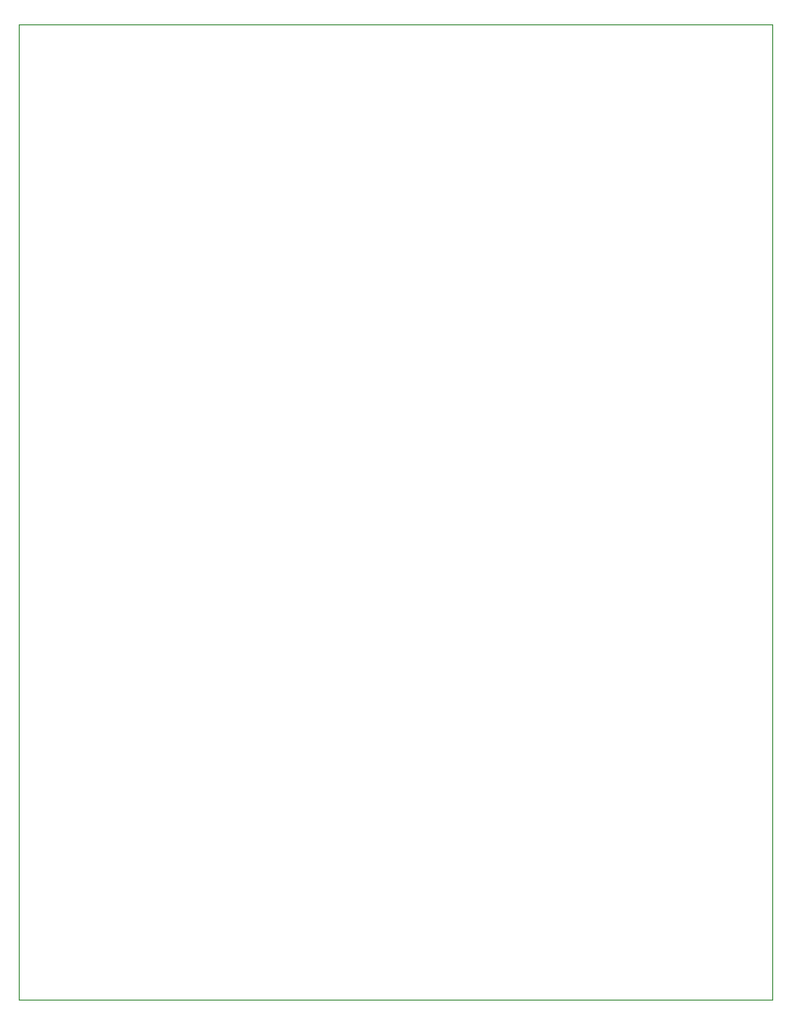
<source format=gm1>
G04 #@! TF.GenerationSoftware,KiCad,Pcbnew,9.0.3*
G04 #@! TF.CreationDate,2025-07-29T19:53:29+10:00*
G04 #@! TF.ProjectId,NyaPad,4e796150-6164-42e6-9b69-6361645f7063,rev?*
G04 #@! TF.SameCoordinates,Original*
G04 #@! TF.FileFunction,Profile,NP*
%FSLAX46Y46*%
G04 Gerber Fmt 4.6, Leading zero omitted, Abs format (unit mm)*
G04 Created by KiCad (PCBNEW 9.0.3) date 2025-07-29 19:53:29*
%MOMM*%
%LPD*%
G01*
G04 APERTURE LIST*
G04 #@! TA.AperFunction,Profile*
%ADD10C,0.050000*%
G04 #@! TD*
G04 APERTURE END LIST*
D10*
X100200000Y-62000000D02*
X168200000Y-62000000D01*
X168200000Y-150000000D01*
X100200000Y-150000000D01*
X100200000Y-62000000D01*
M02*

</source>
